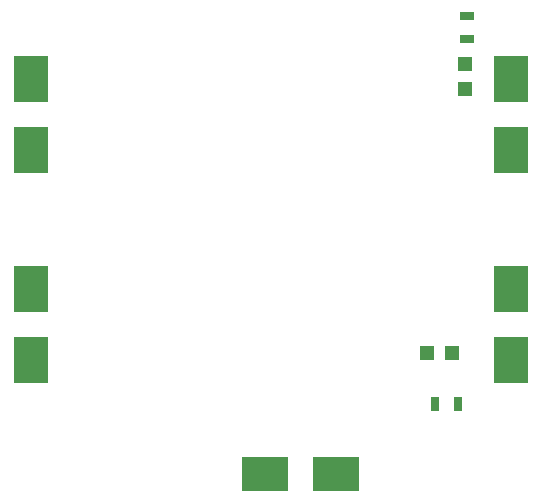
<source format=gbr>
G04 #@! TF.GenerationSoftware,KiCad,Pcbnew,(5.0.0-rc2-dev-26-g0d794b2)*
G04 #@! TF.CreationDate,2018-07-01T21:26:53-07:00*
G04 #@! TF.ProjectId,FlightControlUnitBoard,466C69676874436F6E74726F6C556E69,rev?*
G04 #@! TF.SameCoordinates,Original*
G04 #@! TF.FileFunction,Paste,Top*
G04 #@! TF.FilePolarity,Positive*
%FSLAX46Y46*%
G04 Gerber Fmt 4.6, Leading zero omitted, Abs format (unit mm)*
G04 Created by KiCad (PCBNEW (5.0.0-rc2-dev-26-g0d794b2)) date Sunday, July 01, 2018 at 09:26:53 PM*
%MOMM*%
%LPD*%
G01*
G04 APERTURE LIST*
%ADD10R,1.198880X1.198880*%
%ADD11R,0.700000X1.300000*%
%ADD12R,1.300000X0.700000*%
%ADD13R,4.000000X3.000000*%
%ADD14R,3.000000X4.000000*%
G04 APERTURE END LIST*
D10*
X198249020Y-101525000D03*
X196150980Y-101525000D03*
D11*
X196825000Y-105775000D03*
X198725000Y-105775000D03*
D10*
X199350000Y-77025980D03*
X199350000Y-79124020D03*
D12*
X199500000Y-74875000D03*
X199500000Y-72975000D03*
D13*
X182420000Y-111760000D03*
X188420000Y-111760000D03*
D14*
X162560000Y-84280000D03*
X162560000Y-78280000D03*
X162560000Y-102060000D03*
X162560000Y-96060000D03*
X203200000Y-84280000D03*
X203200000Y-78280000D03*
X203200000Y-102060000D03*
X203200000Y-96060000D03*
M02*

</source>
